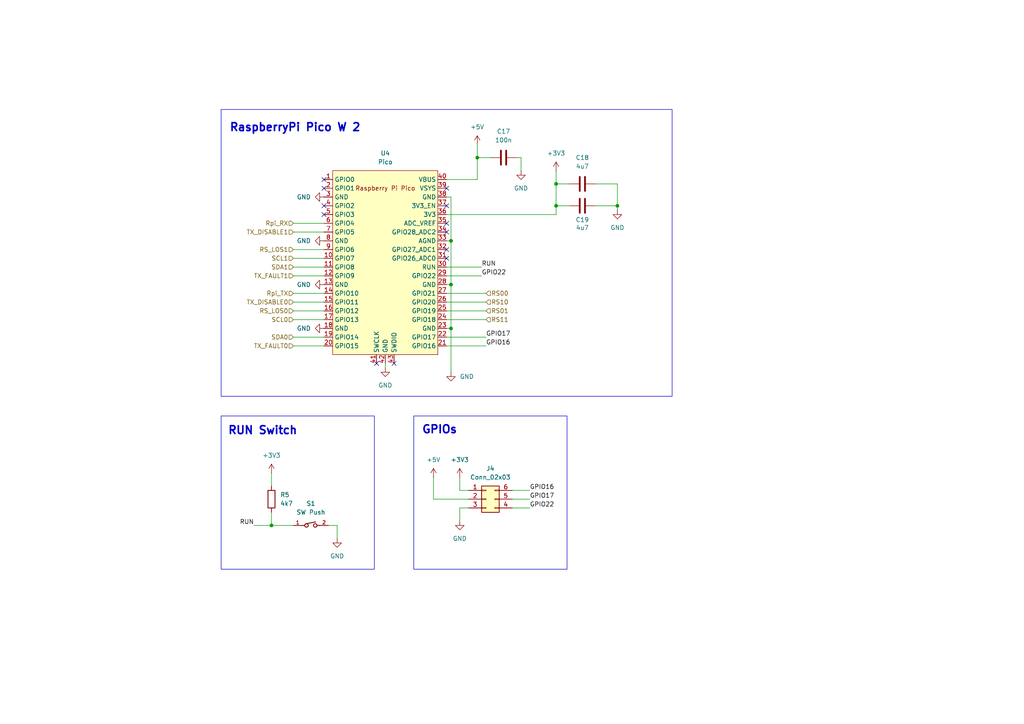
<source format=kicad_sch>
(kicad_sch (version 20250114) (generator "eeschema") (generator_version "9.0")
  (paper "A4")
  (lib_symbols
    (symbol "Connector_Generic:Conn_02x03_Counter_Clockwise" (pin_names (offset 1.016) (hide yes))
      (property "Reference" "J" (at 1.27 5.08 0))
      (property "Value" "Conn_02x03_Counter_Clockwise" (at 1.27 -5.08 0))
      (symbol "Conn_02x03_Counter_Clockwise_1_1"
        (rectangle (start -1.27 3.81) (end 3.81 -3.81) (stroke (width 0.254)) (fill (type background)))
        (rectangle (start -1.27 2.667) (end 0 2.413) (stroke (width 0.1524)))
        (rectangle (start -1.27 0.127) (end 0 -0.127) (stroke (width 0.1524)))
        (rectangle (start -1.27 -2.413) (end 0 -2.667) (stroke (width 0.1524)))
        (rectangle (start 3.81 2.667) (end 2.54 2.413) (stroke (width 0.1524)))
        (rectangle (start 3.81 0.127) (end 2.54 -0.127) (stroke (width 0.1524)))
        (rectangle (start 3.81 -2.413) (end 2.54 -2.667) (stroke (width 0.1524)))
        (pin passive line (at -5.08 2.54 0) (length 3.81) (name "Pin_1") (number "1"))
        (pin passive line (at -5.08 0 0) (length 3.81) (name "Pin_2") (number "2"))
        (pin passive line (at -5.08 -2.54 0) (length 3.81) (name "Pin_3") (number "3"))
        (pin passive line (at 7.62 2.54 180) (length 3.81) (name "Pin_6") (number "6"))
        (pin passive line (at 7.62 0 180) (length 3.81) (name "Pin_5") (number "5"))
        (pin passive line (at 7.62 -2.54 180) (length 3.81) (name "Pin_4") (number "4"))
      )
    )
    (symbol "Device:C" (pin_numbers (hide yes)) (pin_names (offset 0.254))
      (property "Reference" "C" (at 0.635 2.54 0))
      (property "Value" "C" (at 0.635 -2.54 0))
      (symbol "C_0_1"
        (polyline (pts (xy -2.032 0.762) (xy 2.032 0.762)) (stroke (width 0.508)))
        (polyline (pts (xy -2.032 -0.762) (xy 2.032 -0.762)) (stroke (width 0.508)))
      )
      (symbol "C_1_1"
        (pin passive line (at 0 3.81 270) (length 2.794) (name "~") (number "1"))
        (pin passive line (at 0 -3.81 90) (length 2.794) (name "~") (number "2"))
      )
    )
    (symbol "Device:R" (pin_numbers (hide yes)) (pin_names (offset 0))
      (property "Reference" "R" (at 2.032 0 90))
      (property "Value" "R" (at 0 0 90))
      (symbol "R_0_1"
        (rectangle (start -1.016 -2.54) (end 1.016 2.54) (stroke (width 0.254)))
      )
      (symbol "R_1_1"
        (pin passive line (at 0 3.81 270) (length 1.27) (name "~") (number "1"))
        (pin passive line (at 0 -3.81 90) (length 1.27) (name "~") (number "2"))
      )
    )
    (symbol "MCU_RaspberryPi_and_Boards:Pico"
      (property "Reference" "U" (at -13.97 27.94 0))
      (property "Value" "Pico" (at 0 19.05 0))
      (symbol "Pico_0_0"
        (text "Raspberry Pi Pico" (at 0 21.59 0) (effects (font (size 1.27 1.27))))
      )
      (symbol "Pico_0_1"
        (rectangle (start -15.24 26.67) (end 15.24 -26.67) (fill (type background)))
      )
      (symbol "Pico_1_1"
        (pin bidirectional line (at -17.78 24.13 0) (length 2.54) (name "GPIO0") (number "1"))
        (pin bidirectional line (at -17.78 21.59 0) (length 2.54) (name "GPIO1") (number "2"))
        (pin power_in line (at -17.78 19.05 0) (length 2.54) (name "GND") (number "3"))
        (pin bidirectional line (at -17.78 16.51 0) (length 2.54) (name "GPIO2") (number "4"))
        (pin bidirectional line (at -17.78 13.97 0) (length 2.54) (name "GPIO3") (number "5"))
        (pin bidirectional line (at -17.78 11.43 0) (length 2.54) (name "GPIO4") (number "6"))
        (pin bidirectional line (at -17.78 8.89 0) (length 2.54) (name "GPIO5") (number "7"))
        (pin power_in line (at -17.78 6.35 0) (length 2.54) (name "GND") (number "8"))
        (pin bidirectional line (at -17.78 3.81 0) (length 2.54) (name "GPIO6") (number "9"))
        (pin bidirectional line (at -17.78 1.27 0) (length 2.54) (name "GPIO7") (number "10"))
        (pin bidirectional line (at -17.78 -1.27 0) (length 2.54) (name "GPIO8") (number "11"))
        (pin bidirectional line (at -17.78 -3.81 0) (length 2.54) (name "GPIO9") (number "12"))
        (pin power_in line (at -17.78 -6.35 0) (length 2.54) (name "GND") (number "13"))
        (pin bidirectional line (at -17.78 -8.89 0) (length 2.54) (name "GPIO10") (number "14"))
        (pin bidirectional line (at -17.78 -11.43 0) (length 2.54) (name "GPIO11") (number "15"))
        (pin bidirectional line (at -17.78 -13.97 0) (length 2.54) (name "GPIO12") (number "16"))
        (pin bidirectional line (at -17.78 -16.51 0) (length 2.54) (name "GPIO13") (number "17"))
        (pin power_in line (at -17.78 -19.05 0) (length 2.54) (name "GND") (number "18"))
        (pin bidirectional line (at -17.78 -21.59 0) (length 2.54) (name "GPIO14") (number "19"))
        (pin bidirectional line (at -17.78 -24.13 0) (length 2.54) (name "GPIO15") (number "20"))
        (pin input line (at -2.54 -29.21 90) (length 2.54) (name "SWCLK") (number "41"))
        (pin power_in line (at 0 -29.21 90) (length 2.54) (name "GND") (number "42"))
        (pin bidirectional line (at 2.54 -29.21 90) (length 2.54) (name "SWDIO") (number "43"))
        (pin power_in line (at 17.78 24.13 180) (length 2.54) (name "VBUS") (number "40"))
        (pin power_in line (at 17.78 21.59 180) (length 2.54) (name "VSYS") (number "39"))
        (pin bidirectional line (at 17.78 19.05 180) (length 2.54) (name "GND") (number "38"))
        (pin input line (at 17.78 16.51 180) (length 2.54) (name "3V3_EN") (number "37"))
        (pin power_in line (at 17.78 13.97 180) (length 2.54) (name "3V3") (number "36"))
        (pin power_in line (at 17.78 11.43 180) (length 2.54) (name "ADC_VREF") (number "35"))
        (pin bidirectional line (at 17.78 8.89 180) (length 2.54) (name "GPIO28_ADC2") (number "34"))
        (pin power_in line (at 17.78 6.35 180) (length 2.54) (name "AGND") (number "33"))
        (pin bidirectional line (at 17.78 3.81 180) (length 2.54) (name "GPIO27_ADC1") (number "32"))
        (pin bidirectional line (at 17.78 1.27 180) (length 2.54) (name "GPIO26_ADC0") (number "31"))
        (pin input line (at 17.78 -1.27 180) (length 2.54) (name "RUN") (number "30"))
        (pin bidirectional line (at 17.78 -3.81 180) (length 2.54) (name "GPIO22") (number "29"))
        (pin power_in line (at 17.78 -6.35 180) (length 2.54) (name "GND") (number "28"))
        (pin bidirectional line (at 17.78 -8.89 180) (length 2.54) (name "GPIO21") (number "27"))
        (pin bidirectional line (at 17.78 -11.43 180) (length 2.54) (name "GPIO20") (number "26"))
        (pin bidirectional line (at 17.78 -13.97 180) (length 2.54) (name "GPIO19") (number "25"))
        (pin bidirectional line (at 17.78 -16.51 180) (length 2.54) (name "GPIO18") (number "24"))
        (pin power_in line (at 17.78 -19.05 180) (length 2.54) (name "GND") (number "23"))
        (pin bidirectional line (at 17.78 -21.59 180) (length 2.54) (name "GPIO17") (number "22"))
        (pin bidirectional line (at 17.78 -24.13 180) (length 2.54) (name "GPIO16") (number "21"))
      )
    )
    (symbol "SW_Push:434123025816" (pin_names (offset 1.016))
      (property "Reference" "S" (at -0.635 2.54 0))
      (property "Value" "434123025816" (at 0 -3.81 0))
      (symbol "434123025816_0_0"
        (polyline (pts (xy -2.54 0) (xy -1.805 0)) (stroke (width 0.254)))
        (polyline (pts (xy -1.47 0.47) (xy 1.34 1.04)) (stroke (width 0.254)))
        (circle (center -1.27 0) (radius 0.508) (stroke (width 0.254)))
        (circle (center 1.27 0) (radius 0.508) (stroke (width 0.254)))
        (polyline (pts (xy 1.805 0) (xy 2.54 0)) (stroke (width 0.254)))
        (pin passive line (at -5.08 0 0) (length 2.54) (name "~") (number "1"))
        (pin passive line (at 5.08 0 180) (length 2.54) (name "~") (number "2"))
      )
    )
    (symbol "power:+3V3" (power) (pin_numbers (hide yes)) (pin_names (offset 0) (hide yes))
      (property "Value" "+3V3" (at 0 3.556 0))
      (symbol "+3V3_0_1"
        (polyline (pts (xy -0.762 1.27) (xy 0 2.54)))
        (polyline (pts (xy 0 2.54) (xy 0.762 1.27)))
        (polyline (pts (xy 0 0) (xy 0 2.54)))
      )
      (symbol "+3V3_1_1"
        (pin power_in line (at 0 0 90) (length 0) (name "~") (number "1"))
      )
    )
    (symbol "power:+5V" (power) (pin_numbers (hide yes)) (pin_names (offset 0) (hide yes))
      (property "Value" "+5V" (at 0 3.556 0))
      (symbol "+5V_0_1"
        (polyline (pts (xy -0.762 1.27) (xy 0 2.54)))
        (polyline (pts (xy 0 2.54) (xy 0.762 1.27)))
        (polyline (pts (xy 0 0) (xy 0 2.54)))
      )
      (symbol "+5V_1_1"
        (pin power_in line (at 0 0 90) (length 0) (name "~") (number "1"))
      )
    )
    (symbol "power:GND" (power) (pin_numbers (hide yes)) (pin_names (offset 0) (hide yes))
      (property "Value" "GND" (at 0 -3.81 0))
      (symbol "GND_0_1"
        (polyline (pts (xy 0 0) (xy 0 -1.27) (xy 1.27 -1.27) (xy 0 -2.54) (xy -1.27 -1.27) (xy 0 -1.27)))
      )
      (symbol "GND_1_1"
        (pin power_in line (at 0 0 270) (length 0) (name "~") (number "1"))
      )
    )
  )
  (rectangle (start 64.135 31.75) (end 194.945 114.935))
  (rectangle (start 120.015 120.65) (end 164.465 165.1))
  (rectangle (start 64.135 120.65) (end 108.585 165.1))
  (text "GPIOs" (at 127.508 124.714 0) (effects (font (size 2.286 2.286) (thickness 0.4572) (bold yes))))
  (text "RaspberryPi Pico W 2" (at 85.598 37.084 0) (effects (font (size 2.286 2.286) (thickness 0.4572) (bold yes))))
  (text "RUN Switch" (at 76.2 124.968 0) (effects (font (size 2.286 2.286) (thickness 0.4572) (bold yes))))
  (junction (at 130.81 95.25))
  (junction (at 161.29 53.34))
  (junction (at 161.29 59.69))
  (junction (at 78.74 152.4))
  (junction (at 130.81 82.55))
  (junction (at 130.81 69.85))
  (junction (at 179.07 59.69))
  (junction (at 138.43 45.72))
  (no_connect (at 93.98 52.07))
  (no_connect (at 93.98 54.61))
  (no_connect (at 129.54 54.61))
  (no_connect (at 109.22 105.41))
  (no_connect (at 93.98 59.69))
  (no_connect (at 114.3 105.41))
  (no_connect (at 129.54 67.31))
  (no_connect (at 93.98 62.23))
  (no_connect (at 129.54 72.39))
  (no_connect (at 129.54 74.93))
  (no_connect (at 129.54 59.69))
  (no_connect (at 129.54 64.77))
  (wire (pts (xy 95.25 152.4) (xy 97.79 152.4)))
  (wire (pts (xy 149.86 45.72) (xy 151.13 45.72)))
  (wire (pts (xy 161.29 62.23) (xy 161.29 59.69)))
  (wire (pts (xy 73.66 152.4) (xy 78.74 152.4)))
  (wire (pts (xy 138.43 45.72) (xy 138.43 41.91)))
  (wire (pts (xy 135.89 147.32) (xy 133.35 147.32)))
  (wire (pts (xy 85.09 64.77) (xy 93.98 64.77)))
  (wire (pts (xy 129.54 90.17) (xy 140.97 90.17)))
  (wire (pts (xy 179.07 53.34) (xy 179.07 59.69)))
  (wire (pts (xy 129.54 87.63) (xy 140.97 87.63)))
  (wire (pts (xy 129.54 97.79) (xy 140.97 97.79)))
  (wire (pts (xy 129.54 69.85) (xy 130.81 69.85)))
  (wire (pts (xy 85.09 72.39) (xy 93.98 72.39)))
  (wire (pts (xy 85.09 85.09) (xy 93.98 85.09)))
  (wire (pts (xy 138.43 45.72) (xy 142.24 45.72)))
  (wire (pts (xy 129.54 100.33) (xy 140.97 100.33)))
  (wire (pts (xy 85.09 80.01) (xy 93.98 80.01)))
  (wire (pts (xy 85.09 100.33) (xy 93.98 100.33)))
  (wire (pts (xy 130.81 82.55) (xy 130.81 95.25)))
  (wire (pts (xy 78.74 137.16) (xy 78.74 140.97)))
  (wire (pts (xy 130.81 57.15) (xy 130.81 69.85)))
  (wire (pts (xy 78.74 152.4) (xy 85.09 152.4)))
  (wire (pts (xy 151.13 45.72) (xy 151.13 49.53)))
  (wire (pts (xy 130.81 69.85) (xy 130.81 82.55)))
  (wire (pts (xy 148.59 144.78) (xy 153.67 144.78)))
  (wire (pts (xy 161.29 53.34) (xy 161.29 49.53)))
  (wire (pts (xy 111.76 105.41) (xy 111.76 106.68)))
  (wire (pts (xy 129.54 82.55) (xy 130.81 82.55)))
  (wire (pts (xy 148.59 142.24) (xy 153.67 142.24)))
  (wire (pts (xy 148.59 147.32) (xy 153.67 147.32)))
  (wire (pts (xy 138.43 52.07) (xy 138.43 45.72)))
  (wire (pts (xy 130.81 107.95) (xy 130.81 95.25)))
  (wire (pts (xy 97.79 152.4) (xy 97.79 156.21)))
  (wire (pts (xy 172.72 53.34) (xy 179.07 53.34)))
  (wire (pts (xy 85.09 74.93) (xy 93.98 74.93)))
  (wire (pts (xy 85.09 92.71) (xy 93.98 92.71)))
  (wire (pts (xy 85.09 87.63) (xy 93.98 87.63)))
  (wire (pts (xy 133.35 142.24) (xy 133.35 138.43)))
  (wire (pts (xy 85.09 97.79) (xy 93.98 97.79)))
  (wire (pts (xy 130.81 95.25) (xy 129.54 95.25)))
  (wire (pts (xy 85.09 77.47) (xy 93.98 77.47)))
  (wire (pts (xy 78.74 148.59) (xy 78.74 152.4)))
  (wire (pts (xy 161.29 59.69) (xy 165.1 59.69)))
  (wire (pts (xy 129.54 80.01) (xy 139.7 80.01)))
  (wire (pts (xy 129.54 92.71) (xy 140.97 92.71)))
  (wire (pts (xy 129.54 52.07) (xy 138.43 52.07)))
  (wire (pts (xy 161.29 59.69) (xy 161.29 53.34)))
  (wire (pts (xy 85.09 90.17) (xy 93.98 90.17)))
  (wire (pts (xy 129.54 85.09) (xy 140.97 85.09)))
  (wire (pts (xy 172.72 59.69) (xy 179.07 59.69)))
  (wire (pts (xy 129.54 57.15) (xy 130.81 57.15)))
  (wire (pts (xy 85.09 67.31) (xy 93.98 67.31)))
  (wire (pts (xy 133.35 147.32) (xy 133.35 151.13)))
  (wire (pts (xy 161.29 53.34) (xy 165.1 53.34)))
  (wire (pts (xy 135.89 142.24) (xy 133.35 142.24)))
  (wire (pts (xy 135.89 144.78) (xy 125.73 144.78)))
  (wire (pts (xy 129.54 77.47) (xy 139.7 77.47)))
  (wire (pts (xy 179.07 59.69) (xy 179.07 60.96)))
  (wire (pts (xy 129.54 62.23) (xy 161.29 62.23)))
  (wire (pts (xy 125.73 144.78) (xy 125.73 138.43)))
  (label "GPIO22" (at 139.7 80.01 0))
  (label "GPIO17" (at 140.97 97.79 0))
  (label "GPIO17" (at 153.67 144.78 0))
  (label "RUN" (at 73.66 152.4 180))
  (label "GPIO16" (at 140.97 100.33 0))
  (label "GPIO22" (at 153.67 147.32 0))
  (label "GPIO16" (at 153.67 142.24 0))
  (label "RUN" (at 139.7 77.47 0))
  (hierarchical_label "SCL0" (shape input) (at 85.09 92.71 180))
  (hierarchical_label "RS11" (shape input) (at 140.97 92.71 0))
  (hierarchical_label "SDA1" (shape input) (at 85.09 77.47 180))
  (hierarchical_label "RS10" (shape input) (at 140.97 87.63 0))
  (hierarchical_label "TX_FAULT0" (shape input) (at 85.09 100.33 180))
  (hierarchical_label "RS00" (shape input) (at 140.97 85.09 0))
  (hierarchical_label "RS_LOS1" (shape input) (at 85.09 72.39 180))
  (hierarchical_label "Rpi_TX" (shape input) (at 85.09 85.09 180))
  (hierarchical_label "SDA0" (shape input) (at 85.09 97.79 180))
  (hierarchical_label "SCL1" (shape input) (at 85.09 74.93 180))
  (hierarchical_label "RS01" (shape input) (at 140.97 90.17 0))
  (hierarchical_label "Rpi_RX" (shape input) (at 85.09 64.77 180))
  (hierarchical_label "TX_DISABLE0" (shape input) (at 85.09 87.63 180))
  (hierarchical_label "RS_LOS0" (shape input) (at 85.09 90.17 180))
  (hierarchical_label "TX_FAULT1" (shape input) (at 85.09 80.01 180))
  (hierarchical_label "TX_DISABLE1" (shape input) (at 85.09 67.31 180))
  (symbol (lib_id "power:GND") (at 93.98 57.15 270) (unit 1)
    (property "Reference" "#PWR014" (effects (hide yes)))
    (property "Value" "GND" (at 90.17 57.1499 90) (effects (justify right)))
    (property "Description" "Power symbol creates a global label with name \"GND\" , ground" (effects (hide yes)))
  )
  (symbol (lib_id "power:GND") (at 93.98 82.55 270) (unit 1)
    (property "Reference" "#PWR025" (effects (hide yes)))
    (property "Value" "GND" (at 90.17 82.5499 90) (effects (justify right)))
    (property "Description" "Power symbol creates a global label with name \"GND\" , ground" (effects (hide yes)))
  )
  (symbol (lib_id "Device:C") (at 168.91 59.69 270) (unit 1)
    (property "Reference" "C19" (at 168.91 63.754 90))
    (property "Value" "4u7" (at 168.91 66.04 90))
    (property "Footprint" "Capacitor_SMD:C_0603_1608Metric" (effects (hide yes)))
    (property "Description" "Unpolarized capacitor" (effects (hide yes)))
  )
  (symbol (lib_id "power:GND") (at 151.13 49.53 0) (unit 1)
    (property "Reference" "#PWR01" (effects (hide yes)))
    (property "Value" "GND" (at 151.13 54.61 0))
    (property "Description" "Power symbol creates a global label with name \"GND\" , ground" (effects (hide yes)))
  )
  (symbol (lib_id "power:+5V") (at 138.43 41.91 0) (unit 1)
    (property "Reference" "#PWR048" (effects (hide yes)))
    (property "Value" "+5V" (at 138.43 36.83 0))
    (property "Description" "Power symbol creates a global label with name \"+5V\"" (effects (hide yes)))
  )
  (symbol (lib_id "power:GND") (at 179.07 60.96 0) (unit 1)
    (property "Reference" "#PWR03" (effects (hide yes)))
    (property "Value" "GND" (at 179.07 66.04 0))
    (property "Description" "Power symbol creates a global label with name \"GND\" , ground" (effects (hide yes)))
  )
  (symbol (lib_id "Device:C") (at 146.05 45.72 270) (unit 1)
    (property "Reference" "C17" (at 146.05 38.1 90))
    (property "Value" "100n" (at 146.05 40.64 90))
    (property "Footprint" "Capacitor_SMD:C_0603_1608Metric" (effects (hide yes)))
    (property "Description" "Unpolarized capacitor" (effects (hide yes)))
  )
  (symbol (lib_id "Device:R") (at 78.74 144.78 0) (unit 1)
    (property "Reference" "R5" (at 81.28 143.5099 0) (effects (justify left)))
    (property "Value" "4k7" (at 81.28 146.0499 0) (effects (justify left)))
    (property "Footprint" "Resistor_SMD:R_0603_1608Metric_Pad0.98x0.95mm_HandSolder" (effects (hide yes)))
    (property "Description" "Resistor" (effects (hide yes)))
  )
  (symbol (lib_id "power:+3V3") (at 78.74 137.16 0) (unit 1)
    (property "Reference" "#PWR04" (effects (hide yes)))
    (property "Value" "+3V3" (at 78.74 132.08 0))
    (property "Description" "Power symbol creates a global label with name \"+3V3\"" (effects (hide yes)))
  )
  (symbol (lib_id "SW_Push:434123025816") (at 90.17 152.4 0) (unit 1)
    (property "Reference" "S1" (at 90.17 146.05 0))
    (property "Value" "SW Push" (at 90.17 148.59 0))
    (property "Footprint" "SW_Push:434123025816" (effects (hide yes)))
    (property "MF" "Würth Elektronik" (effects (hide yes)))
    (property "Description_1" "Tactile Switch SPST-NO Top Actuated Surface Mount" (effects (hide yes)))
    (property "Package" "None" (effects (hide yes)))
    (property "Price" "None" (effects (hide yes)))
    (property "SnapEDA_Link" "https://www.snapeda.com/parts/434123025816/W%25C3%25BCrth+Elektronik+Midcom/view-part/?ref=snap" (effects (hide yes)))
    (property "MP" "434123025816" (effects (hide yes)))
    (property "Availability" "In Stock" (effects (hide yes)))
    (property "Check_prices" "https://www.snapeda.com/parts/434123025816/W%25C3%25BCrth+Elektronik+Midcom/view-part/?ref=eda" (effects (hide yes)))
  )
  (symbol (lib_id "power:GND") (at 133.35 151.13 0) (unit 1)
    (property "Reference" "#PWR06" (effects (hide yes)))
    (property "Value" "GND" (at 133.35 156.21 0))
    (property "Description" "Power symbol creates a global label with name \"GND\" , ground" (effects (hide yes)))
  )
  (symbol (lib_id "MCU_RaspberryPi_and_Boards:Pico") (at 111.76 76.2 0) (unit 1) (in_bom no)
    (property "Reference" "U4" (at 111.76 44.45 0))
    (property "Value" "Pico" (at 111.76 46.99 0))
    (property "Footprint" "MCU_RaspberryPi_and_Boards:RPi_Pico_SMD_TH" (effects (hide yes)))
  )
  (symbol (lib_id "power:GND") (at 93.98 69.85 270) (unit 1)
    (property "Reference" "#PWR016" (effects (hide yes)))
    (property "Value" "GND" (at 90.17 69.8499 90) (effects (justify right)))
    (property "Description" "Power symbol creates a global label with name \"GND\" , ground" (effects (hide yes)))
  )
  (symbol (lib_id "power:+3V3") (at 161.29 49.53 0) (unit 1)
    (property "Reference" "#PWR02" (effects (hide yes)))
    (property "Value" "+3V3" (at 161.29 44.45 0))
    (property "Description" "Power symbol creates a global label with name \"+3V3\"" (effects (hide yes)))
  )
  (symbol (lib_id "power:GND") (at 93.98 95.25 270) (unit 1)
    (property "Reference" "#PWR043" (effects (hide yes)))
    (property "Value" "GND" (at 90.17 95.2499 90) (effects (justify right)))
    (property "Description" "Power symbol creates a global label with name \"GND\" , ground" (effects (hide yes)))
  )
  (symbol (lib_id "power:GND") (at 111.76 106.68 0) (unit 1)
    (property "Reference" "#PWR044" (effects (hide yes)))
    (property "Value" "GND" (at 111.76 111.76 0))
    (property "Description" "Power symbol creates a global label with name \"GND\" , ground" (effects (hide yes)))
  )
  (symbol (lib_id "Connector_Generic:Conn_02x03_Counter_Clockwise") (at 140.97 144.78 0) (unit 1)
    (property "Reference" "J4" (at 142.24 135.89 0))
    (property "Value" "Conn_02x03" (at 142.24 138.43 0))
    (property "Footprint" "Connector_PinHeader_2.54mm:PinHeader_2x03_P2.54mm_Vertical" (effects (hide yes)))
    (property "Description" "Generic connector, double row, 02x03, counter clockwise pin numbering scheme (similar to DIP package numbering), script generated (kicad-library-utils/schlib/autogen/connector/)" (effects (hide yes)))
  )
  (symbol (lib_id "power:GND") (at 130.81 107.95 0) (unit 1)
    (property "Reference" "#PWR047" (effects (hide yes)))
    (property "Value" "GND" (at 133.35 109.2199 0) (effects (justify left)))
    (property "Description" "Power symbol creates a global label with name \"GND\" , ground" (effects (hide yes)))
  )
  (symbol (lib_id "power:+3V3") (at 133.35 138.43 0) (unit 1)
    (property "Reference" "#PWR07" (effects (hide yes)))
    (property "Value" "+3V3" (at 133.35 133.35 0))
    (property "Description" "Power symbol creates a global label with name \"+3V3\"" (effects (hide yes)))
  )
  (symbol (lib_id "power:GND") (at 97.79 156.21 0) (unit 1)
    (property "Reference" "#PWR05" (effects (hide yes)))
    (property "Value" "GND" (at 97.79 161.29 0))
    (property "Description" "Power symbol creates a global label with name \"GND\" , ground" (effects (hide yes)))
  )
  (symbol (lib_id "power:+5V") (at 125.73 138.43 0) (unit 1)
    (property "Reference" "#PWR056" (effects (hide yes)))
    (property "Value" "+5V" (at 125.73 133.35 0))
    (property "Description" "Power symbol creates a global label with name \"+5V\"" (effects (hide yes)))
  )
  (symbol (lib_id "Device:C") (at 168.91 53.34 270) (unit 1)
    (property "Reference" "C18" (at 168.91 45.72 90))
    (property "Value" "4u7" (at 168.91 48.26 90))
    (property "Footprint" "Capacitor_SMD:C_0603_1608Metric" (effects (hide yes)))
    (property "Description" "Unpolarized capacitor" (effects (hide yes)))
  )
)
</source>
